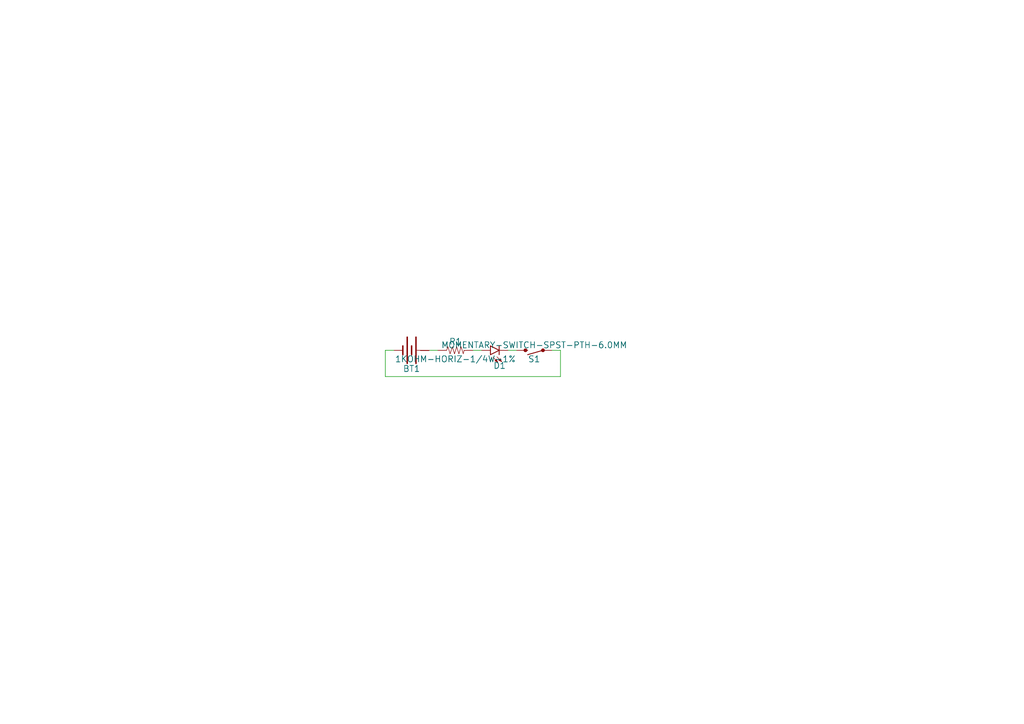
<source format=kicad_sch>
(kicad_sch (version 20230121) (generator eeschema)
  (paper "A4")
  (lib_symbols
    (symbol "working-eagle-import:1KOHM-HORIZ-1/4W-1%"
      (property "Reference" "R" (at 0 1.524 0))
      (symbol "1KOHM-HORIZ-1/4W-1%_1_0"
        (polyline (pts (xy -2.54 0) (xy -2.159 1.016)) (stroke (width 0.1524)))
        (polyline (pts (xy -2.159 1.016) (xy -1.524 -1.016)) (stroke (width 0.1524)))
        (polyline (pts (xy -1.524 -1.016) (xy -0.889 1.016)) (stroke (width 0.1524)))
        (polyline (pts (xy -0.889 1.016) (xy -0.254 -1.016)) (stroke (width 0.1524)))
        (polyline (pts (xy -0.254 -1.016) (xy 0.381 1.016)) (stroke (width 0.1524)))
        (polyline (pts (xy 0.381 1.016) (xy 1.016 -1.016)) (stroke (width 0.1524)))
        (polyline (pts (xy 1.016 -1.016) (xy 1.651 1.016)) (stroke (width 0.1524)))
        (polyline (pts (xy 1.651 1.016) (xy 2.286 -1.016)) (stroke (width 0.1524)))
        (polyline (pts (xy 2.286 -1.016) (xy 2.54 0)) (stroke (width 0.1524)))
        (pin passive line (at -5.08 0 0) (length 2.54) (name "1") (number "P$1"))
        (pin passive line (at 5.08 0 180) (length 2.54) (name "2") (number "P$2"))
      )
    )
    (symbol "working-eagle-import:BATTERY-20MM_SMD_4LEGS"
      (property "Reference" "BT" (at 0 4.318 0))
      (symbol "BATTERY-20MM_SMD_4LEGS_1_0"
        (polyline (pts (xy -2.54 0) (xy -1.524 0)) (stroke (width 0.1524)))
        (polyline (pts (xy -1.27 3.81) (xy -1.27 -3.81)) (stroke (width 0.4064)))
        (polyline (pts (xy 0 1.27) (xy 0 -1.27)) (stroke (width 0.4064)))
        (polyline (pts (xy 1.27 3.81) (xy 1.27 -3.81)) (stroke (width 0.4064)))
        (polyline (pts (xy 2.54 1.27) (xy 2.54 -1.27)) (stroke (width 0.4064)))
        (pin power_in line (at 5.08 0 180) (length 2.54) (name "-") (number "NEGATIVE"))
        (pin power_in line (at -5.08 0 0) (length 2.54) (name "+") (number "POSITIVE@1"))
        (pin power_in line (at -5.08 0 0) (length 2.54) (name "+") (number "POSITIVE@2"))
        (pin power_in line (at -5.08 0 0) (length 2.54) (name "+") (number "POSITIVE@3"))
        (pin power_in line (at -5.08 0 0) (length 2.54) (name "+") (number "POSITIVE@4"))
      )
    )
    (symbol "working-eagle-import:LED5MM"
      (property "Reference" "D" (at -3.429 -4.572 90))
      (symbol "LED5MM_1_0"
        (polyline (pts (xy -2.032 -0.762) (xy -3.429 -2.159)) (stroke (width 0.1524)))
        (polyline (pts (xy -1.905 -1.905) (xy -3.302 -3.302)) (stroke (width 0.1524)))
        (polyline (pts (xy 0 -2.54) (xy -1.27 -2.54)) (stroke (width 0.254)))
        (polyline (pts (xy 0 -2.54) (xy -1.27 0)) (stroke (width 0.254)))
        (polyline (pts (xy 1.27 -2.54) (xy 0 -2.54)) (stroke (width 0.254)))
        (polyline (pts (xy 1.27 0) (xy -1.27 0)) (stroke (width 0.254)))
        (polyline (pts (xy 1.27 0) (xy 0 -2.54)) (stroke (width 0.254)))
        (polyline (pts (xy -3.429 -2.159) (xy -3.048 -1.27) (xy -2.54 -1.778)) (stroke (width 0.1524)) (fill (type outline)))
        (polyline (pts (xy -3.302 -3.302) (xy -2.921 -2.413) (xy -2.413 -2.921)) (stroke (width 0.1524)) (fill (type outline)))
        (pin passive line (at 0 2.54 270) (length 2.54) (name "A") (number "A"))
        (pin passive line (at 0 -5.08 90) (length 2.54) (name "C") (number "K"))
      )
    )
    (symbol "working-eagle-import:MOMENTARY-SWITCH-SPST-PTH-6.0MM"
      (property "Reference" "S" (at 0 1.524 0))
      (symbol "MOMENTARY-SWITCH-SPST-PTH-6.0MM_1_0"
        (circle (center -2.54 0) (radius 0.127) (stroke (width 0.4064)))
        (polyline (pts (xy -2.54 0) (xy 1.905 1.27)) (stroke (width 0.254)))
        (polyline (pts (xy 1.905 0) (xy 2.54 0)) (stroke (width 0.254)))
        (circle (center 2.54 0) (radius 0.127) (stroke (width 0.4064)))
        (pin passive line (at -5.08 0 0) (length 2.54) (name "1") (number "1"))
        (pin passive line (at 5.08 0 180) (length 2.54) (name "2") (number "3"))
      )
    )
  )
  (wire (pts (xy 162.56 109.22) (xy 111.76 109.22)) (stroke (width 0.1524)))
  (wire (pts (xy 137.16 101.6) (xy 139.7 101.6)) (stroke (width 0.1524)))
  (wire (pts (xy 111.76 101.6) (xy 114.3 101.6)) (stroke (width 0.1524)))
  (wire (pts (xy 147.32 101.6) (xy 149.86 101.6)) (stroke (width 0.1524)))
  (wire (pts (xy 162.56 101.6) (xy 162.56 109.22)) (stroke (width 0.1524)))
  (wire (pts (xy 160.02 101.6) (xy 162.56 101.6)) (stroke (width 0.1524)))
  (wire (pts (xy 111.76 109.22) (xy 111.76 101.6)) (stroke (width 0.1524)))
  (wire (pts (xy 124.46 101.6) (xy 127 101.6)) (stroke (width 0.1524)))
  (symbol (lib_id "working-eagle-import:MOMENTARY-SWITCH-SPST-PTH-6.0MM") (at 154.94 101.6 180) (unit 1)
    (property "Reference" "S1" (at 154.94 103.124 0) (effects (font (size 1.778 1.778)) (justify bottom)))
    (property "Value" "MOMENTARY-SWITCH-SPST-PTH-6.0MM" (at 154.94 101.092 0) (effects (font (size 1.778 1.778)) (justify top)))
    (property "Footprint" "working:TACTILE_SWITCH_PTH_6.0MM" (effects hide))
  )
  (symbol (lib_id "working-eagle-import:1KOHM-HORIZ-1/4W-1%") (at 132.08 101.6 0) (unit 1)
    (property "Reference" "R1" (at 132.08 100.076 0) (effects (font (size 1.778 1.778)) (justify bottom)))
    (property "Value" "1KOHM-HORIZ-1/4W-1%" (at 132.08 103.124 0) (effects (font (size 1.778 1.778)) (justify top)))
    (property "Footprint" "working:AXIAL-0.3" (effects hide))
  )
  (symbol (lib_id "working-eagle-import:LED5MM") (at 142.24 101.6 90) (unit 1)
    (property "Reference" "D1" (at 146.812 105.029 90) (effects (font (size 1.778 1.778)) (justify left bottom)))
    (property "Value" "LED5MM" (effects hide))
    (property "Footprint" "working:LED_5MM" (effects hide))
  )
  (symbol (lib_id "working-eagle-import:BATTERY-20MM_SMD_4LEGS") (at 119.38 101.6 180) (unit 1)
    (property "Reference" "BT1" (at 119.38 105.918 0) (effects (font (size 1.778 1.778)) (justify bottom)))
    (property "Value" "BATTERY-20MM_SMD_4LEGS" (effects hide))
    (property "Footprint" "working:BATTCON_20MM_4LEGS" (effects hide))
  )
)
</source>
